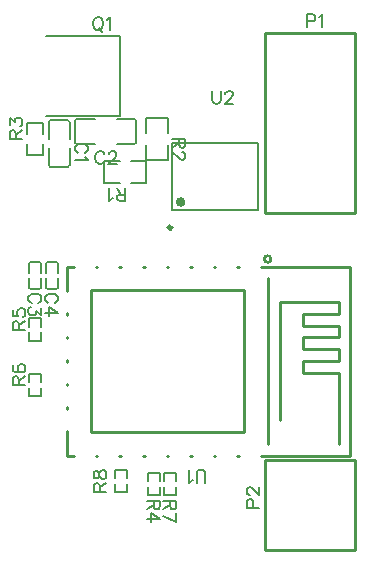
<source format=gto>
G04 Layer: TopSilkscreenLayer*
G04 EasyEDA v6.5.5, 2022-07-05 01:29:27*
G04 53968c1b96fc4b8a88d45afed03194a1,2d51f53f3cf64b0da7006fab460d3095,10*
G04 Gerber Generator version 0.2*
G04 Scale: 100 percent, Rotated: No, Reflected: No *
G04 Dimensions in millimeters *
G04 leading zeros omitted , absolute positions ,4 integer and 5 decimal *
%FSLAX45Y45*%
%MOMM*%

%ADD10C,0.2540*%
%ADD29C,0.1524*%
%ADD30C,0.4000*%
%ADD31C,0.3000*%

%LPD*%
D29*
X1359407Y5065521D02*
G01*
X1369821Y5070855D01*
X1380236Y5081270D01*
X1385315Y5091429D01*
X1385315Y5112257D01*
X1380236Y5122671D01*
X1369821Y5133086D01*
X1359407Y5138420D01*
X1343660Y5143500D01*
X1317752Y5143500D01*
X1302257Y5138420D01*
X1291844Y5133086D01*
X1281429Y5122671D01*
X1276350Y5112257D01*
X1276350Y5091429D01*
X1281429Y5081270D01*
X1291844Y5070855D01*
X1302257Y5065521D01*
X1364487Y5031231D02*
G01*
X1369821Y5020818D01*
X1385315Y5005323D01*
X1276350Y5005323D01*
X1525778Y5055107D02*
G01*
X1520444Y5065521D01*
X1510029Y5075936D01*
X1499870Y5081015D01*
X1479042Y5081015D01*
X1468628Y5075936D01*
X1458213Y5065521D01*
X1452879Y5055107D01*
X1447800Y5039360D01*
X1447800Y5013452D01*
X1452879Y4997957D01*
X1458213Y4987544D01*
X1468628Y4977129D01*
X1479042Y4972050D01*
X1499870Y4972050D01*
X1510029Y4977129D01*
X1520444Y4987544D01*
X1525778Y4997957D01*
X1565147Y5055107D02*
G01*
X1565147Y5060187D01*
X1570481Y5070602D01*
X1575562Y5075936D01*
X1585976Y5081015D01*
X1606804Y5081015D01*
X1617218Y5075936D01*
X1622297Y5070602D01*
X1627631Y5060187D01*
X1627631Y5049773D01*
X1622297Y5039360D01*
X1611884Y5023865D01*
X1560068Y4972050D01*
X1632712Y4972050D01*
X965707Y3795521D02*
G01*
X976121Y3800855D01*
X986536Y3811270D01*
X991615Y3821429D01*
X991615Y3842257D01*
X986536Y3852671D01*
X976121Y3863086D01*
X965707Y3868420D01*
X949960Y3873500D01*
X924052Y3873500D01*
X908557Y3868420D01*
X898144Y3863086D01*
X887729Y3852671D01*
X882650Y3842257D01*
X882650Y3821429D01*
X887729Y3811270D01*
X898144Y3800855D01*
X908557Y3795521D01*
X991615Y3750818D02*
G01*
X991615Y3693668D01*
X949960Y3724910D01*
X949960Y3709415D01*
X944879Y3699002D01*
X939800Y3693668D01*
X924052Y3688587D01*
X913637Y3688587D01*
X898144Y3693668D01*
X887729Y3704081D01*
X882650Y3719829D01*
X882650Y3735323D01*
X887729Y3750818D01*
X892810Y3756152D01*
X903223Y3761231D01*
X1105407Y3795521D02*
G01*
X1115821Y3800855D01*
X1126236Y3811270D01*
X1131315Y3821429D01*
X1131315Y3842257D01*
X1126236Y3852671D01*
X1115821Y3863086D01*
X1105407Y3868420D01*
X1089660Y3873500D01*
X1063752Y3873500D01*
X1048257Y3868420D01*
X1037844Y3863086D01*
X1027429Y3852671D01*
X1022350Y3842257D01*
X1022350Y3821429D01*
X1027429Y3811270D01*
X1037844Y3800855D01*
X1048257Y3795521D01*
X1131315Y3709415D02*
G01*
X1058671Y3761231D01*
X1058671Y3683254D01*
X1131315Y3709415D02*
G01*
X1022350Y3709415D01*
X3238500Y6236715D02*
G01*
X3238500Y6127750D01*
X3238500Y6236715D02*
G01*
X3285236Y6236715D01*
X3300729Y6231636D01*
X3306063Y6226302D01*
X3311143Y6215887D01*
X3311143Y6200394D01*
X3306063Y6189979D01*
X3300729Y6184900D01*
X3285236Y6179565D01*
X3238500Y6179565D01*
X3345434Y6215887D02*
G01*
X3355847Y6221221D01*
X3371595Y6236715D01*
X3371595Y6127750D01*
X2729484Y2057400D02*
G01*
X2838450Y2057400D01*
X2729484Y2057400D02*
G01*
X2729484Y2104136D01*
X2734563Y2119629D01*
X2739897Y2124963D01*
X2750311Y2130044D01*
X2765806Y2130044D01*
X2776220Y2124963D01*
X2781300Y2119629D01*
X2786634Y2104136D01*
X2786634Y2057400D01*
X2755391Y2169668D02*
G01*
X2750311Y2169668D01*
X2739897Y2174747D01*
X2734563Y2180081D01*
X2729484Y2190495D01*
X2729484Y2211070D01*
X2734563Y2221484D01*
X2739897Y2226818D01*
X2750311Y2231897D01*
X2760725Y2231897D01*
X2771140Y2226818D01*
X2786634Y2216404D01*
X2838450Y2164334D01*
X2838450Y2237231D01*
X1461576Y6211315D02*
G01*
X1451162Y6206236D01*
X1440748Y6195821D01*
X1435414Y6185407D01*
X1430334Y6169660D01*
X1430334Y6143752D01*
X1435414Y6128257D01*
X1440748Y6117844D01*
X1451162Y6107429D01*
X1461576Y6102350D01*
X1482404Y6102350D01*
X1492564Y6107429D01*
X1502978Y6117844D01*
X1508312Y6128257D01*
X1513392Y6143752D01*
X1513392Y6169660D01*
X1508312Y6185407D01*
X1502978Y6195821D01*
X1492564Y6206236D01*
X1482404Y6211315D01*
X1461576Y6211315D01*
X1477070Y6122923D02*
G01*
X1508312Y6091936D01*
X1547682Y6190487D02*
G01*
X1558096Y6195821D01*
X1573844Y6211315D01*
X1573844Y6102350D01*
X1701800Y4659884D02*
G01*
X1701800Y4768850D01*
X1701800Y4659884D02*
G01*
X1655063Y4659884D01*
X1639570Y4664963D01*
X1634236Y4670297D01*
X1629155Y4680712D01*
X1629155Y4691126D01*
X1634236Y4701539D01*
X1639570Y4706620D01*
X1655063Y4711700D01*
X1701800Y4711700D01*
X1665478Y4711700D02*
G01*
X1629155Y4768850D01*
X1594865Y4680712D02*
G01*
X1584452Y4675378D01*
X1568704Y4659884D01*
X1568704Y4768850D01*
X2210815Y5181600D02*
G01*
X2101850Y5181600D01*
X2210815Y5181600D02*
G01*
X2210815Y5134863D01*
X2205736Y5119370D01*
X2200402Y5114036D01*
X2189988Y5108955D01*
X2179574Y5108955D01*
X2169159Y5114036D01*
X2164079Y5119370D01*
X2159000Y5134863D01*
X2159000Y5181600D01*
X2159000Y5145278D02*
G01*
X2101850Y5108955D01*
X2184908Y5069331D02*
G01*
X2189988Y5069331D01*
X2200402Y5064252D01*
X2205736Y5058918D01*
X2210815Y5048504D01*
X2210815Y5027929D01*
X2205736Y5017515D01*
X2200402Y5012181D01*
X2189988Y5007102D01*
X2179574Y5007102D01*
X2169159Y5012181D01*
X2153665Y5022595D01*
X2101850Y5074665D01*
X2101850Y5001768D01*
X722884Y5181600D02*
G01*
X831850Y5181600D01*
X722884Y5181600D02*
G01*
X722884Y5228336D01*
X727963Y5243829D01*
X733297Y5249163D01*
X743712Y5254244D01*
X754126Y5254244D01*
X764539Y5249163D01*
X769620Y5243829D01*
X774700Y5228336D01*
X774700Y5181600D01*
X774700Y5217921D02*
G01*
X831850Y5254244D01*
X722884Y5298947D02*
G01*
X722884Y5356097D01*
X764539Y5325110D01*
X764539Y5340604D01*
X769620Y5351018D01*
X774700Y5356097D01*
X790447Y5361431D01*
X800862Y5361431D01*
X816355Y5356097D01*
X826770Y5345684D01*
X831850Y5330189D01*
X831850Y5314695D01*
X826770Y5298947D01*
X821689Y5293868D01*
X811276Y5288534D01*
X1994915Y2120900D02*
G01*
X1885950Y2120900D01*
X1994915Y2120900D02*
G01*
X1994915Y2074163D01*
X1989836Y2058670D01*
X1984502Y2053336D01*
X1974088Y2048255D01*
X1963674Y2048255D01*
X1953259Y2053336D01*
X1948179Y2058670D01*
X1943100Y2074163D01*
X1943100Y2120900D01*
X1943100Y2084578D02*
G01*
X1885950Y2048255D01*
X1994915Y1961895D02*
G01*
X1922271Y2013965D01*
X1922271Y1935987D01*
X1994915Y1961895D02*
G01*
X1885950Y1961895D01*
X748284Y3568700D02*
G01*
X857250Y3568700D01*
X748284Y3568700D02*
G01*
X748284Y3615436D01*
X753363Y3630929D01*
X758697Y3636263D01*
X769112Y3641344D01*
X779526Y3641344D01*
X789939Y3636263D01*
X795020Y3630929D01*
X800100Y3615436D01*
X800100Y3568700D01*
X800100Y3605021D02*
G01*
X857250Y3641344D01*
X748284Y3738118D02*
G01*
X748284Y3686047D01*
X795020Y3680968D01*
X789939Y3686047D01*
X784605Y3701795D01*
X784605Y3717289D01*
X789939Y3732784D01*
X800100Y3743197D01*
X815847Y3748531D01*
X826262Y3748531D01*
X841755Y3743197D01*
X852170Y3732784D01*
X857250Y3717289D01*
X857250Y3701795D01*
X852170Y3686047D01*
X847089Y3680968D01*
X836676Y3675634D01*
X748284Y3098800D02*
G01*
X857250Y3098800D01*
X748284Y3098800D02*
G01*
X748284Y3145536D01*
X753363Y3161029D01*
X758697Y3166363D01*
X769112Y3171444D01*
X779526Y3171444D01*
X789939Y3166363D01*
X795020Y3161029D01*
X800100Y3145536D01*
X800100Y3098800D01*
X800100Y3135121D02*
G01*
X857250Y3171444D01*
X763778Y3268218D02*
G01*
X753363Y3262884D01*
X748284Y3247389D01*
X748284Y3236976D01*
X753363Y3221481D01*
X769112Y3211068D01*
X795020Y3205734D01*
X820928Y3205734D01*
X841755Y3211068D01*
X852170Y3221481D01*
X857250Y3236976D01*
X857250Y3242310D01*
X852170Y3257804D01*
X841755Y3268218D01*
X826262Y3273297D01*
X820928Y3273297D01*
X805434Y3268218D01*
X795020Y3257804D01*
X789939Y3242310D01*
X789939Y3236976D01*
X795020Y3221481D01*
X805434Y3211068D01*
X820928Y3205734D01*
X2134615Y2120900D02*
G01*
X2025650Y2120900D01*
X2134615Y2120900D02*
G01*
X2134615Y2074163D01*
X2129536Y2058670D01*
X2124202Y2053336D01*
X2113788Y2048255D01*
X2103374Y2048255D01*
X2092959Y2053336D01*
X2087879Y2058670D01*
X2082800Y2074163D01*
X2082800Y2120900D01*
X2082800Y2084578D02*
G01*
X2025650Y2048255D01*
X2134615Y1941068D02*
G01*
X2025650Y1993137D01*
X2134615Y2013965D02*
G01*
X2134615Y1941068D01*
X1434084Y2197100D02*
G01*
X1543050Y2197100D01*
X1434084Y2197100D02*
G01*
X1434084Y2243836D01*
X1439163Y2259329D01*
X1444497Y2264663D01*
X1454912Y2269744D01*
X1465326Y2269744D01*
X1475739Y2264663D01*
X1480820Y2259329D01*
X1485900Y2243836D01*
X1485900Y2197100D01*
X1485900Y2233421D02*
G01*
X1543050Y2269744D01*
X1434084Y2330195D02*
G01*
X1439163Y2314447D01*
X1449578Y2309368D01*
X1459992Y2309368D01*
X1470405Y2314447D01*
X1475739Y2324862D01*
X1480820Y2345689D01*
X1485900Y2361184D01*
X1496313Y2371597D01*
X1506728Y2376931D01*
X1522476Y2376931D01*
X1532889Y2371597D01*
X1537970Y2366518D01*
X1543050Y2350770D01*
X1543050Y2330195D01*
X1537970Y2314447D01*
X1532889Y2309368D01*
X1522476Y2304034D01*
X1506728Y2304034D01*
X1496313Y2309368D01*
X1485900Y2319781D01*
X1480820Y2335276D01*
X1475739Y2356104D01*
X1470405Y2366518D01*
X1459992Y2371597D01*
X1449578Y2371597D01*
X1439163Y2366518D01*
X1434084Y2350770D01*
X1434084Y2330195D01*
X2378743Y2271521D02*
G01*
X2378743Y2349500D01*
X2373663Y2364994D01*
X2363249Y2375407D01*
X2347501Y2380487D01*
X2337087Y2380487D01*
X2321593Y2375407D01*
X2311179Y2364994D01*
X2306099Y2349500D01*
X2306099Y2271521D01*
X2271809Y2292350D02*
G01*
X2261395Y2287015D01*
X2245647Y2271521D01*
X2245647Y2380487D01*
X2438400Y5589015D02*
G01*
X2438400Y5511037D01*
X2443479Y5495544D01*
X2453893Y5485129D01*
X2469641Y5480050D01*
X2480056Y5480050D01*
X2495550Y5485129D01*
X2505963Y5495544D01*
X2511043Y5511037D01*
X2511043Y5589015D01*
X2550668Y5563107D02*
G01*
X2550668Y5568187D01*
X2555747Y5578602D01*
X2561081Y5583936D01*
X2571495Y5589015D01*
X2592070Y5589015D01*
X2602484Y5583936D01*
X2607818Y5578602D01*
X2612897Y5568187D01*
X2612897Y5557773D01*
X2607818Y5547360D01*
X2597404Y5531865D01*
X2545334Y5480050D01*
X2618231Y5480050D01*
X1233360Y4962380D02*
G01*
X1233360Y5103380D01*
X1052639Y5103380D02*
G01*
X1052639Y4962380D01*
X1067879Y4947140D02*
G01*
X1218120Y4947140D01*
X1233360Y5324619D02*
G01*
X1233360Y5183619D01*
X1052639Y5183619D02*
G01*
X1052639Y5324619D01*
X1067879Y5339859D02*
G01*
X1218120Y5339859D01*
X1777819Y5354360D02*
G01*
X1629321Y5354360D01*
X1629321Y5135839D02*
G01*
X1777819Y5135839D01*
X1793059Y5151079D02*
G01*
X1793059Y5339120D01*
X1295580Y5354360D02*
G01*
X1444078Y5354360D01*
X1444078Y5135839D02*
G01*
X1295580Y5135839D01*
X1280340Y5151079D02*
G01*
X1280340Y5339120D01*
X989660Y3924269D02*
G01*
X989660Y4003278D01*
X889939Y4003278D02*
G01*
X889939Y3924269D01*
X905179Y3909029D02*
G01*
X974420Y3909029D01*
X989660Y4127530D02*
G01*
X989660Y4048521D01*
X889939Y4048521D02*
G01*
X889939Y4127530D01*
X905179Y4142770D02*
G01*
X974420Y4142770D01*
X1129360Y3924269D02*
G01*
X1129360Y4003278D01*
X1029639Y4003278D02*
G01*
X1029639Y3924269D01*
X1044879Y3909029D02*
G01*
X1114120Y3909029D01*
X1129360Y4127530D02*
G01*
X1129360Y4048521D01*
X1029639Y4048521D02*
G01*
X1029639Y4127530D01*
X1044879Y4142770D02*
G01*
X1114120Y4142770D01*
D10*
X3644900Y6083300D02*
G01*
X3644900Y5257800D01*
X3644900Y4889500D01*
X3644900Y4559300D01*
X2882900Y4559300D01*
X2882900Y4889500D01*
X2882900Y5257800D01*
X2882900Y6083300D01*
X3644900Y6083300D01*
X2882900Y1701800D02*
G01*
X3644900Y1701800D01*
X3644900Y2463800D01*
X2882900Y2463800D01*
X2882900Y1701800D01*
D29*
X1034338Y5379133D02*
G01*
X1659082Y5379133D01*
X1034338Y6050866D02*
G01*
X1659082Y6050866D01*
X1659082Y5379133D02*
G01*
X1659082Y6050866D01*
X1654180Y4993909D02*
G01*
X1525686Y4993909D01*
X1525686Y4810490D01*
X1654180Y4810490D01*
X1749419Y4993909D02*
G01*
X1877913Y4993909D01*
X1877913Y4810490D01*
X1749419Y4810490D01*
X1876790Y5133980D02*
G01*
X1876790Y5005486D01*
X2060209Y5005486D01*
X2060209Y5133980D01*
X1876790Y5229219D02*
G01*
X1876790Y5357713D01*
X2060209Y5357713D01*
X2060209Y5229219D01*
X1005860Y5224221D02*
G01*
X1005860Y5320108D01*
X873739Y5320108D01*
X873739Y5224221D01*
X1005860Y5138978D02*
G01*
X1005860Y5043091D01*
X873739Y5043091D01*
X873739Y5138978D01*
X1893239Y2283221D02*
G01*
X1893239Y2355024D01*
X1992960Y2355024D01*
X1992960Y2283221D01*
X1893239Y2237978D02*
G01*
X1893239Y2166175D01*
X1992960Y2166175D01*
X1992960Y2237978D01*
X989660Y3546078D02*
G01*
X989660Y3474275D01*
X889939Y3474275D01*
X889939Y3546078D01*
X989660Y3591321D02*
G01*
X989660Y3663124D01*
X889939Y3663124D01*
X889939Y3591321D01*
X989660Y3076178D02*
G01*
X989660Y3004375D01*
X889939Y3004375D01*
X889939Y3076178D01*
X989660Y3121421D02*
G01*
X989660Y3193224D01*
X889939Y3193224D01*
X889939Y3121421D01*
X2032939Y2283221D02*
G01*
X2032939Y2355024D01*
X2132660Y2355024D01*
X2132660Y2283221D01*
X2032939Y2237978D02*
G01*
X2032939Y2166175D01*
X2132660Y2166175D01*
X2132660Y2237978D01*
X1713560Y2263378D02*
G01*
X1713560Y2191575D01*
X1613839Y2191575D01*
X1613839Y2263378D01*
X1713560Y2308621D02*
G01*
X1713560Y2380424D01*
X1613839Y2380424D01*
X1613839Y2308621D01*
D10*
X2652069Y4102100D02*
G01*
X2665841Y4102100D01*
X2452070Y4102100D02*
G01*
X2465842Y4102100D01*
X2252070Y4102100D02*
G01*
X2265842Y4102100D01*
X2052071Y4102100D02*
G01*
X2065842Y4102100D01*
X1852071Y4102100D02*
G01*
X1865843Y4102100D01*
X1652071Y4102100D02*
G01*
X1665843Y4102100D01*
X1452072Y4102100D02*
G01*
X1465844Y4102100D01*
X1209200Y3895112D02*
G01*
X1209200Y4102100D01*
X1265844Y4102100D01*
X1209200Y3695316D02*
G01*
X1209200Y3708885D01*
X1209200Y3495443D02*
G01*
X1209200Y3509088D01*
X1209200Y3295368D02*
G01*
X1209200Y3309216D01*
X1209200Y3095444D02*
G01*
X1209200Y3109140D01*
X1209200Y2895445D02*
G01*
X1209200Y2909216D01*
X1265844Y2502154D02*
G01*
X1209200Y2502154D01*
X1209200Y2709217D01*
X1465844Y2502154D02*
G01*
X1452072Y2502154D01*
X1665843Y2502154D02*
G01*
X1652071Y2502154D01*
X1865843Y2502154D02*
G01*
X1852071Y2502154D01*
X2065842Y2502154D02*
G01*
X2052071Y2502154D01*
X2265842Y2502154D02*
G01*
X2252070Y2502154D01*
X2465842Y2502154D02*
G01*
X2452070Y2502154D01*
X2665841Y2502154D02*
G01*
X2652069Y2502154D01*
X2852069Y4102100D02*
G01*
X3608976Y4102100D01*
X3608976Y2502154D02*
G01*
X2852069Y2502154D01*
X3008977Y2802153D02*
G01*
X3008977Y3802151D01*
X3508976Y3802151D01*
X3508976Y3702151D01*
X3208977Y3702151D01*
X3208977Y3602151D01*
X3508976Y3602151D01*
X3508976Y3502152D01*
X3208977Y3502152D01*
X3208977Y3402152D01*
X3508976Y3402152D01*
X3508976Y3302152D01*
X3208977Y3302152D01*
X3208977Y3202152D01*
X3508976Y3202152D01*
X3508976Y2602153D01*
X2708978Y3902151D02*
G01*
X1408981Y3902151D01*
X1408981Y2702153D01*
X2708978Y2702153D01*
X2708978Y3902151D01*
X2908978Y4002151D02*
G01*
X2908978Y2602153D01*
X3608976Y4102150D02*
G01*
X3608976Y2502154D01*
D29*
X2099180Y4578959D02*
G01*
X2099180Y5149240D01*
X2828419Y5149240D01*
X2828419Y4578959D01*
X2099180Y4578959D01*
G75*
G01*
X1052640Y4962380D02*
G03*
X1067880Y4947140I15240J0D01*
G75*
G01*
X1218120Y4947140D02*
G03*
X1233360Y4962380I0J15240D01*
G75*
G01*
X1052640Y5324620D02*
G02*
X1067880Y5339860I15240J0D01*
G75*
G01*
X1218120Y5339860D02*
G02*
X1233360Y5324620I0J-15240D01*
G75*
G01*
X1777820Y5135839D02*
G03*
X1793060Y5151079I0J15240D01*
G75*
G01*
X1793060Y5339121D02*
G03*
X1777820Y5354361I-15240J0D01*
G75*
G01*
X1295580Y5135839D02*
G02*
X1280340Y5151079I0J15240D01*
G75*
G01*
X1280340Y5339121D02*
G02*
X1295580Y5354361I15240J0D01*
G75*
G01*
X889940Y3924270D02*
G03*
X905180Y3909030I15240J0D01*
G75*
G01*
X974420Y3909030D02*
G03*
X989660Y3924270I0J15240D01*
G75*
G01*
X889940Y4127530D02*
G02*
X905180Y4142770I15240J0D01*
G75*
G01*
X974420Y4142770D02*
G02*
X989660Y4127530I0J-15240D01*
G75*
G01*
X1029640Y3924270D02*
G03*
X1044880Y3909030I15240J0D01*
G75*
G01*
X1114120Y3909030D02*
G03*
X1129360Y3924270I0J15240D01*
G75*
G01*
X1029640Y4127530D02*
G02*
X1044880Y4142770I15240J0D01*
G75*
G01*
X1114120Y4142770D02*
G02*
X1129360Y4127530I0J-15240D01*
D10*
G75*
G01
X2936697Y4165600D02*
G03X2936697Y4165600I-28397J0D01*
D30*
G75*
G01
X2191690Y4648200D02*
G03X2191690Y4648200I-19990J0D01*
D31*
G75*
G01
X2097811Y4432300D02*
G03X2097811Y4432300I-15011J0D01*
M02*

</source>
